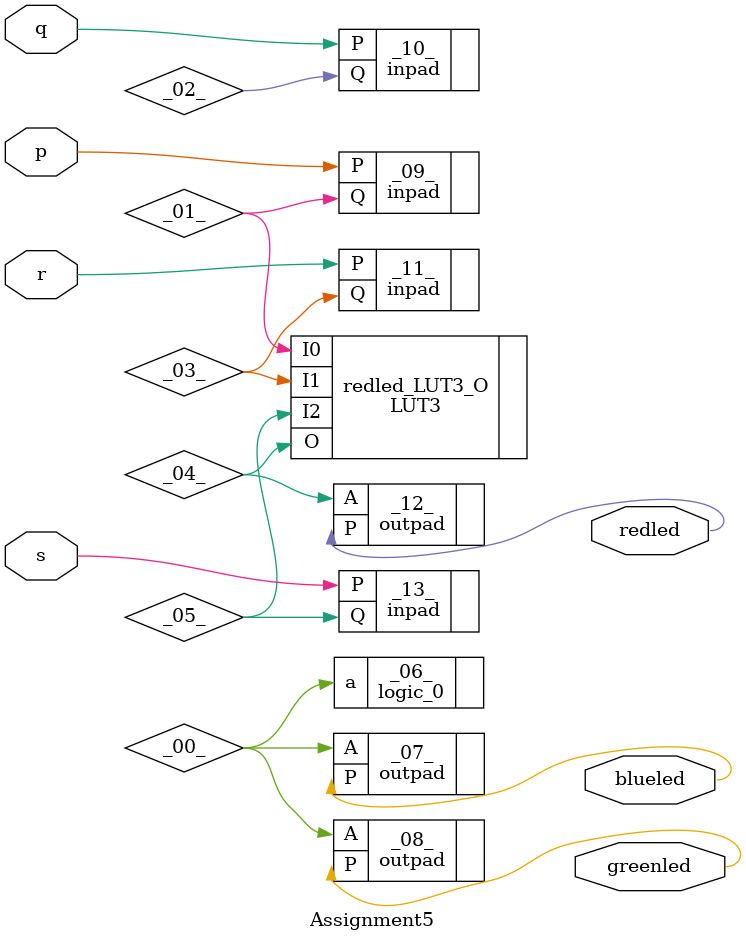
<source format=v>
/* Generated by Yosys 0.9+2406 (git sha1 9ac3484, x86_64-conda_cos6-linux-gnu-gcc 1.24.0.133_b0863d8_dirty -fvisibility-inlines-hidden -fmessage-length=0 -march=nocona -mtune=haswell -ftree-vectorize -fPIC -fstack-protector-strong -fno-plt -O2 -ffunction-sections -fdebug-prefix-map=/root/anaconda3/conda-bld/yosys_1607410735049/work=/usr/local/src/conda/yosys-0.8.0_0003_e80fb742f_20201208_122808 -fdebug-prefix-map=/home/student/Documents/FPGA_56_VAMAN/qorc-sdk/fpga_toolchain_install/v1.3.1/conda=/usr/local/src/conda-prefix -fPIC -Os) */

(* top =  1  *)
(* src = "/home/student/Documents/FPGA_56_VAMAN/Assignment5//Assignment5.v:1.1-25.10" *)
module Assignment5(p, q, r, s, redled, greenled, blueled);
  wire _00_;
  wire _01_;
  (* unused_bits = "0" *)
  wire _02_;
  wire _03_;
  wire _04_;
  wire _05_;
  (* src = "/home/student/Documents/FPGA_56_VAMAN/Assignment5//Assignment5.v:8.13-8.20" *)
  output blueled;
  (* src = "/home/student/Documents/FPGA_56_VAMAN/Assignment5//Assignment5.v:7.13-7.21" *)
  output greenled;
  (* src = "/home/student/Documents/FPGA_56_VAMAN/Assignment5//Assignment5.v:2.12-2.13" *)
  input p;
  (* src = "/home/student/Documents/FPGA_56_VAMAN/Assignment5//Assignment5.v:3.12-3.13" *)
  input q;
  (* src = "/home/student/Documents/FPGA_56_VAMAN/Assignment5//Assignment5.v:4.12-4.13" *)
  input r;
  (* src = "/home/student/Documents/FPGA_56_VAMAN/Assignment5//Assignment5.v:6.13-6.19" *)
  output redled;
  (* src = "/home/student/Documents/FPGA_56_VAMAN/Assignment5//Assignment5.v:5.12-5.13" *)
  input s;
  logic_0 _06_ (
    .a(_00_)
  );
  (* keep = 32'd1 *)
  outpad #(
    .IO_LOC("X30Y32"),
    .IO_PAD("38"),
    .IO_TYPE("BIDIR")
  ) _07_ (
    .A(_00_),
    .P(blueled)
  );
  (* keep = 32'd1 *)
  outpad #(
    .IO_LOC("X24Y32"),
    .IO_PAD("39"),
    .IO_TYPE("BIDIR")
  ) _08_ (
    .A(_00_),
    .P(greenled)
  );
  (* keep = 32'd1 *)
  inpad #(
    .IO_LOC("X12Y3"),
    .IO_PAD("3"),
    .IO_TYPE("BIDIR")
  ) _09_ (
    .P(p),
    .Q(_01_)
  );
  (* keep = 32'd1 *)
  inpad #(
    .IO_LOC("X14Y3"),
    .IO_PAD("64"),
    .IO_TYPE("BIDIR")
  ) _10_ (
    .P(q),
    .Q(_02_)
  );
  (* keep = 32'd1 *)
  inpad #(
    .IO_LOC({0{1'b0}}),
    .IO_PAD({0{1'b0}}),
    .IO_TYPE({0{1'b0}})
  ) _11_ (
    .P(r),
    .Q(_03_)
  );
  (* keep = 32'd1 *)
  outpad #(
    .IO_LOC("X22Y32"),
    .IO_PAD("34"),
    .IO_TYPE("BIDIR")
  ) _12_ (
    .A(_04_),
    .P(redled)
  );
  (* keep = 32'd1 *)
  inpad #(
    .IO_LOC("X18Y3"),
    .IO_PAD("63"),
    .IO_TYPE("BIDIR")
  ) _13_ (
    .P(s),
    .Q(_05_)
  );
  (* module_not_derived = 32'd1 *)
  (* src = "/home/student/Documents/FPGA_56_VAMAN/qorc-sdk/fpga_toolchain_install/v1.3.1/conda/bin/../share/yosys/quicklogic/pp3_lut_map.v:36.63-36.121" *)
  LUT3 #(
    .EQN("(I0*~I1*~I2)+(~I0*I1*~I2)+(I0*I1*~I2)+(~I0*~I1*I2)+(I0*~I1*I2)+(~I0*I1*I2)"),
    .INIT(9'h0fd)
  ) redled_LUT3_O (
    .I0(_01_),
    .I1(_03_),
    .I2(_05_),
    .O(_04_)
  );
endmodule

</source>
